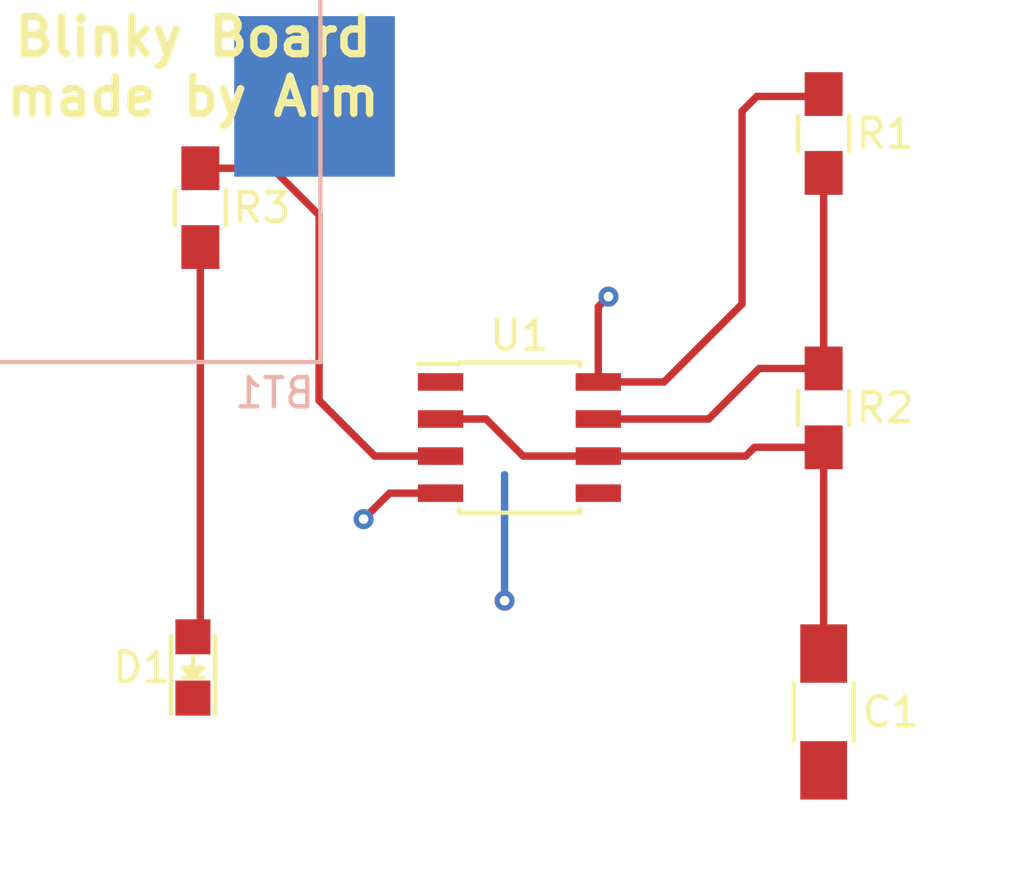
<source format=kicad_pcb>
(kicad_pcb (version 4) (host pcbnew 4.0.1-stable)

  (general
    (links 15)
    (no_connects 7)
    (area 153.594999 82.474999 189.305001 113.105001)
    (thickness 1.6)
    (drawings 5)
    (tracks 33)
    (zones 0)
    (modules 7)
    (nets 7)
  )

  (page A4)
  (layers
    (0 F.Cu signal)
    (31 B.Cu signal hide)
    (32 B.Adhes user hide)
    (33 F.Adhes user hide)
    (34 B.Paste user hide)
    (35 F.Paste user hide)
    (36 B.SilkS user hide)
    (37 F.SilkS user hide)
    (38 B.Mask user hide)
    (39 F.Mask user hide)
    (40 Dwgs.User user hide)
    (41 Cmts.User user hide)
    (42 Eco1.User user hide)
    (43 Eco2.User user hide)
    (44 Edge.Cuts user hide)
    (45 Margin user hide)
    (46 B.CrtYd user hide)
    (47 F.CrtYd user hide)
    (48 B.Fab user hide)
    (49 F.Fab user hide)
  )

  (setup
    (last_trace_width 0.254)
    (trace_clearance 0.254)
    (zone_clearance 0.508)
    (zone_45_only no)
    (trace_min 0.1524)
    (segment_width 0.2)
    (edge_width 0.15)
    (via_size 0.6858)
    (via_drill 0.3302)
    (via_min_size 0.6858)
    (via_min_drill 0.3302)
    (uvia_size 0.3)
    (uvia_drill 0.1)
    (uvias_allowed no)
    (uvia_min_size 0.2)
    (uvia_min_drill 0.1)
    (pcb_text_width 0.3)
    (pcb_text_size 1.5 1.5)
    (mod_edge_width 0.15)
    (mod_text_size 1 1)
    (mod_text_width 0.15)
    (pad_size 1.524 1.524)
    (pad_drill 0.762)
    (pad_to_mask_clearance 0.2)
    (aux_axis_origin 0 0)
    (visible_elements FFFFFF7F)
    (pcbplotparams
      (layerselection 0x010f0_80000001)
      (usegerberextensions false)
      (excludeedgelayer true)
      (linewidth 0.100000)
      (plotframeref false)
      (viasonmask false)
      (mode 1)
      (useauxorigin false)
      (hpglpennumber 1)
      (hpglpenspeed 20)
      (hpglpendiameter 15)
      (hpglpenoverlay 2)
      (psnegative false)
      (psa4output false)
      (plotreference true)
      (plotvalue false)
      (plotinvisibletext false)
      (padsonsilk false)
      (subtractmaskfromsilk true)
      (outputformat 1)
      (mirror false)
      (drillshape 0)
      (scaleselection 1)
      (outputdirectory Gerber/))
  )

  (net 0 "")
  (net 1 "Net-(C1-Pad1)")
  (net 2 GND)
  (net 3 "Net-(D1-Pad2)")
  (net 4 /VDD)
  (net 5 "Net-(R1-Pad2)")
  (net 6 "Net-(R3-Pad1)")

  (net_class Default "This is the default net class."
    (clearance 0.254)
    (trace_width 0.254)
    (via_dia 0.6858)
    (via_drill 0.3302)
    (uvia_dia 0.3)
    (uvia_drill 0.1)
    (add_net /VDD)
    (add_net GND)
    (add_net "Net-(C1-Pad1)")
    (add_net "Net-(D1-Pad2)")
    (add_net "Net-(R1-Pad2)")
    (add_net "Net-(R3-Pad1)")
  )

  (module Capacitors_SMD:C_1206_HandSoldering (layer F.Cu) (tedit 58A02699) (tstamp 58A00AF0)
    (at 182.118 107.188 270)
    (descr "Capacitor SMD 1206, hand soldering")
    (tags "capacitor 1206")
    (path /58A00262)
    (attr smd)
    (fp_text reference C1 (at 0 -2.3 360) (layer F.SilkS)
      (effects (font (size 1 1) (thickness 0.15)))
    )
    (fp_text value 1uF (at 0 2.3 270) (layer F.Fab)
      (effects (font (size 1 1) (thickness 0.15)))
    )
    (fp_line (start -3.3 -1.15) (end 3.3 -1.15) (layer F.CrtYd) (width 0.05))
    (fp_line (start -3.3 1.15) (end 3.3 1.15) (layer F.CrtYd) (width 0.05))
    (fp_line (start -3.3 -1.15) (end -3.3 1.15) (layer F.CrtYd) (width 0.05))
    (fp_line (start 3.3 -1.15) (end 3.3 1.15) (layer F.CrtYd) (width 0.05))
    (fp_line (start 1 -1.025) (end -1 -1.025) (layer F.SilkS) (width 0.15))
    (fp_line (start -1 1.025) (end 1 1.025) (layer F.SilkS) (width 0.15))
    (pad 1 smd rect (at -2 0 270) (size 2 1.6) (layers F.Cu F.Paste F.Mask)
      (net 1 "Net-(C1-Pad1)"))
    (pad 2 smd rect (at 2 0 270) (size 2 1.6) (layers F.Cu F.Paste F.Mask)
      (net 2 GND))
    (model Capacitors_SMD.3dshapes/C_1206_HandSoldering.wrl
      (at (xyz 0 0 0))
      (scale (xyz 1 1 1))
      (rotate (xyz 0 0 0))
    )
  )

  (module LEDs:LED_0805 (layer F.Cu) (tedit 58A0269C) (tstamp 58A00AF6)
    (at 160.528 105.664 90)
    (descr "LED 0805 smd package")
    (tags "LED 0805 SMD")
    (path /58A002E5)
    (attr smd)
    (fp_text reference D1 (at 0 -1.75 180) (layer F.SilkS)
      (effects (font (size 1 1) (thickness 0.15)))
    )
    (fp_text value LED (at 0 1.75 90) (layer F.Fab)
      (effects (font (size 1 1) (thickness 0.15)))
    )
    (fp_line (start -0.4 -0.3) (end -0.4 0.3) (layer F.Fab) (width 0.15))
    (fp_line (start -0.3 0) (end 0 -0.3) (layer F.Fab) (width 0.15))
    (fp_line (start 0 0.3) (end -0.3 0) (layer F.Fab) (width 0.15))
    (fp_line (start 0 -0.3) (end 0 0.3) (layer F.Fab) (width 0.15))
    (fp_line (start 1 -0.6) (end -1 -0.6) (layer F.Fab) (width 0.15))
    (fp_line (start 1 0.6) (end 1 -0.6) (layer F.Fab) (width 0.15))
    (fp_line (start -1 0.6) (end 1 0.6) (layer F.Fab) (width 0.15))
    (fp_line (start -1 -0.6) (end -1 0.6) (layer F.Fab) (width 0.15))
    (fp_line (start -1.6 0.75) (end 1.1 0.75) (layer F.SilkS) (width 0.15))
    (fp_line (start -1.6 -0.75) (end 1.1 -0.75) (layer F.SilkS) (width 0.15))
    (fp_line (start -0.1 0.15) (end -0.1 -0.1) (layer F.SilkS) (width 0.15))
    (fp_line (start -0.1 -0.1) (end -0.25 0.05) (layer F.SilkS) (width 0.15))
    (fp_line (start -0.35 -0.35) (end -0.35 0.35) (layer F.SilkS) (width 0.15))
    (fp_line (start 0 0) (end 0.35 0) (layer F.SilkS) (width 0.15))
    (fp_line (start -0.35 0) (end 0 -0.35) (layer F.SilkS) (width 0.15))
    (fp_line (start 0 -0.35) (end 0 0.35) (layer F.SilkS) (width 0.15))
    (fp_line (start 0 0.35) (end -0.35 0) (layer F.SilkS) (width 0.15))
    (fp_line (start 1.9 -0.95) (end 1.9 0.95) (layer F.CrtYd) (width 0.05))
    (fp_line (start 1.9 0.95) (end -1.9 0.95) (layer F.CrtYd) (width 0.05))
    (fp_line (start -1.9 0.95) (end -1.9 -0.95) (layer F.CrtYd) (width 0.05))
    (fp_line (start -1.9 -0.95) (end 1.9 -0.95) (layer F.CrtYd) (width 0.05))
    (pad 2 smd rect (at 1.04902 0 270) (size 1.19888 1.19888) (layers F.Cu F.Paste F.Mask)
      (net 3 "Net-(D1-Pad2)"))
    (pad 1 smd rect (at -1.04902 0 270) (size 1.19888 1.19888) (layers F.Cu F.Paste F.Mask)
      (net 2 GND))
    (model LEDs.3dshapes/LED_0805.wrl
      (at (xyz 0 0 0))
      (scale (xyz 1 1 1))
      (rotate (xyz 0 0 0))
    )
  )

  (module Resistors_SMD:R_0805_HandSoldering (layer F.Cu) (tedit 58A02695) (tstamp 58A00AFC)
    (at 182.118 87.376 270)
    (descr "Resistor SMD 0805, hand soldering")
    (tags "resistor 0805")
    (path /58A001B3)
    (attr smd)
    (fp_text reference R1 (at 0 -2.1 360) (layer F.SilkS)
      (effects (font (size 1 1) (thickness 0.15)))
    )
    (fp_text value 1K (at 0 2.1 270) (layer F.Fab)
      (effects (font (size 1 1) (thickness 0.15)))
    )
    (fp_line (start -2.4 -1) (end 2.4 -1) (layer F.CrtYd) (width 0.05))
    (fp_line (start -2.4 1) (end 2.4 1) (layer F.CrtYd) (width 0.05))
    (fp_line (start -2.4 -1) (end -2.4 1) (layer F.CrtYd) (width 0.05))
    (fp_line (start 2.4 -1) (end 2.4 1) (layer F.CrtYd) (width 0.05))
    (fp_line (start 0.6 0.875) (end -0.6 0.875) (layer F.SilkS) (width 0.15))
    (fp_line (start -0.6 -0.875) (end 0.6 -0.875) (layer F.SilkS) (width 0.15))
    (pad 1 smd rect (at -1.35 0 270) (size 1.5 1.3) (layers F.Cu F.Paste F.Mask)
      (net 4 /VDD))
    (pad 2 smd rect (at 1.35 0 270) (size 1.5 1.3) (layers F.Cu F.Paste F.Mask)
      (net 5 "Net-(R1-Pad2)"))
    (model Resistors_SMD.3dshapes/R_0805_HandSoldering.wrl
      (at (xyz 0 0 0))
      (scale (xyz 1 1 1))
      (rotate (xyz 0 0 0))
    )
  )

  (module Resistors_SMD:R_0805_HandSoldering (layer F.Cu) (tedit 58A02693) (tstamp 58A00B02)
    (at 182.118 96.774 270)
    (descr "Resistor SMD 0805, hand soldering")
    (tags "resistor 0805")
    (path /58A00239)
    (attr smd)
    (fp_text reference R2 (at 0 -2.1 360) (layer F.SilkS)
      (effects (font (size 1 1) (thickness 0.15)))
    )
    (fp_text value 470L (at 0 2.1 270) (layer F.Fab)
      (effects (font (size 1 1) (thickness 0.15)))
    )
    (fp_line (start -2.4 -1) (end 2.4 -1) (layer F.CrtYd) (width 0.05))
    (fp_line (start -2.4 1) (end 2.4 1) (layer F.CrtYd) (width 0.05))
    (fp_line (start -2.4 -1) (end -2.4 1) (layer F.CrtYd) (width 0.05))
    (fp_line (start 2.4 -1) (end 2.4 1) (layer F.CrtYd) (width 0.05))
    (fp_line (start 0.6 0.875) (end -0.6 0.875) (layer F.SilkS) (width 0.15))
    (fp_line (start -0.6 -0.875) (end 0.6 -0.875) (layer F.SilkS) (width 0.15))
    (pad 1 smd rect (at -1.35 0 270) (size 1.5 1.3) (layers F.Cu F.Paste F.Mask)
      (net 5 "Net-(R1-Pad2)"))
    (pad 2 smd rect (at 1.35 0 270) (size 1.5 1.3) (layers F.Cu F.Paste F.Mask)
      (net 1 "Net-(C1-Pad1)"))
    (model Resistors_SMD.3dshapes/R_0805_HandSoldering.wrl
      (at (xyz 0 0 0))
      (scale (xyz 1 1 1))
      (rotate (xyz 0 0 0))
    )
  )

  (module Resistors_SMD:R_0805_HandSoldering (layer F.Cu) (tedit 58A02688) (tstamp 58A00B08)
    (at 160.782 89.916 270)
    (descr "Resistor SMD 0805, hand soldering")
    (tags "resistor 0805")
    (path /58A0029C)
    (attr smd)
    (fp_text reference R3 (at 0 -2.1 360) (layer F.SilkS)
      (effects (font (size 1 1) (thickness 0.15)))
    )
    (fp_text value 1K (at 0 2.1 270) (layer F.Fab)
      (effects (font (size 1 1) (thickness 0.15)))
    )
    (fp_line (start -2.4 -1) (end 2.4 -1) (layer F.CrtYd) (width 0.05))
    (fp_line (start -2.4 1) (end 2.4 1) (layer F.CrtYd) (width 0.05))
    (fp_line (start -2.4 -1) (end -2.4 1) (layer F.CrtYd) (width 0.05))
    (fp_line (start 2.4 -1) (end 2.4 1) (layer F.CrtYd) (width 0.05))
    (fp_line (start 0.6 0.875) (end -0.6 0.875) (layer F.SilkS) (width 0.15))
    (fp_line (start -0.6 -0.875) (end 0.6 -0.875) (layer F.SilkS) (width 0.15))
    (pad 1 smd rect (at -1.35 0 270) (size 1.5 1.3) (layers F.Cu F.Paste F.Mask)
      (net 6 "Net-(R3-Pad1)"))
    (pad 2 smd rect (at 1.35 0 270) (size 1.5 1.3) (layers F.Cu F.Paste F.Mask)
      (net 3 "Net-(D1-Pad2)"))
    (model Resistors_SMD.3dshapes/R_0805_HandSoldering.wrl
      (at (xyz 0 0 0))
      (scale (xyz 1 1 1))
      (rotate (xyz 0 0 0))
    )
  )

  (module Housings_SOIC:SOIC-8_3.9x4.9mm_Pitch1.27mm (layer F.Cu) (tedit 54130A77) (tstamp 58A00B14)
    (at 171.704 97.79)
    (descr "8-Lead Plastic Small Outline (SN) - Narrow, 3.90 mm Body [SOIC] (see Microchip Packaging Specification 00000049BS.pdf)")
    (tags "SOIC 1.27")
    (path /58A0013E)
    (attr smd)
    (fp_text reference U1 (at 0 -3.5) (layer F.SilkS)
      (effects (font (size 1 1) (thickness 0.15)))
    )
    (fp_text value 7555 (at 0 3.5) (layer F.Fab)
      (effects (font (size 1 1) (thickness 0.15)))
    )
    (fp_circle (center -1.5 -2) (end -1.75 -2) (layer F.Fab) (width 0.15))
    (fp_line (start -1.95 -2.45) (end -1.95 2.45) (layer F.Fab) (width 0.15))
    (fp_line (start 1.95 -2.45) (end -1.95 -2.45) (layer F.Fab) (width 0.15))
    (fp_line (start 1.95 2.45) (end 1.95 -2.45) (layer F.Fab) (width 0.15))
    (fp_line (start -1.95 2.45) (end 1.95 2.45) (layer F.Fab) (width 0.15))
    (fp_line (start -3.75 -2.75) (end -3.75 2.75) (layer F.CrtYd) (width 0.05))
    (fp_line (start 3.75 -2.75) (end 3.75 2.75) (layer F.CrtYd) (width 0.05))
    (fp_line (start -3.75 -2.75) (end 3.75 -2.75) (layer F.CrtYd) (width 0.05))
    (fp_line (start -3.75 2.75) (end 3.75 2.75) (layer F.CrtYd) (width 0.05))
    (fp_line (start -2.075 -2.575) (end -2.075 -2.525) (layer F.SilkS) (width 0.15))
    (fp_line (start 2.075 -2.575) (end 2.075 -2.43) (layer F.SilkS) (width 0.15))
    (fp_line (start 2.075 2.575) (end 2.075 2.43) (layer F.SilkS) (width 0.15))
    (fp_line (start -2.075 2.575) (end -2.075 2.43) (layer F.SilkS) (width 0.15))
    (fp_line (start -2.075 -2.575) (end 2.075 -2.575) (layer F.SilkS) (width 0.15))
    (fp_line (start -2.075 2.575) (end 2.075 2.575) (layer F.SilkS) (width 0.15))
    (fp_line (start -2.075 -2.525) (end -3.475 -2.525) (layer F.SilkS) (width 0.15))
    (pad 1 smd rect (at -2.7 -1.905) (size 1.55 0.6) (layers F.Cu F.Paste F.Mask)
      (net 2 GND))
    (pad 2 smd rect (at -2.7 -0.635) (size 1.55 0.6) (layers F.Cu F.Paste F.Mask)
      (net 1 "Net-(C1-Pad1)"))
    (pad 3 smd rect (at -2.7 0.635) (size 1.55 0.6) (layers F.Cu F.Paste F.Mask)
      (net 6 "Net-(R3-Pad1)"))
    (pad 4 smd rect (at -2.7 1.905) (size 1.55 0.6) (layers F.Cu F.Paste F.Mask)
      (net 4 /VDD))
    (pad 5 smd rect (at 2.7 1.905) (size 1.55 0.6) (layers F.Cu F.Paste F.Mask)
      (net 2 GND))
    (pad 6 smd rect (at 2.7 0.635) (size 1.55 0.6) (layers F.Cu F.Paste F.Mask)
      (net 1 "Net-(C1-Pad1)"))
    (pad 7 smd rect (at 2.7 -0.635) (size 1.55 0.6) (layers F.Cu F.Paste F.Mask)
      (net 5 "Net-(R1-Pad2)"))
    (pad 8 smd rect (at 2.7 -1.905) (size 1.55 0.6) (layers F.Cu F.Paste F.Mask)
      (net 4 /VDD))
    (model Housings_SOIC.3dshapes/SOIC-8_3.9x4.9mm_Pitch1.27mm.wrl
      (at (xyz 0 0 0))
      (scale (xyz 1 1 1))
      (rotate (xyz 0 0 0))
    )
  )

  (module GTB:S8211R (layer B.Cu) (tedit 58A012D3) (tstamp 58A01318)
    (at 151.892 86.106)
    (path /58A00B0B)
    (fp_text reference BT1 (at 11.43 10.16) (layer B.SilkS)
      (effects (font (size 1 1) (thickness 0.15)) (justify mirror))
    )
    (fp_text value Battery (at -10.16 10.16) (layer B.Fab)
      (effects (font (size 1 1) (thickness 0.15)) (justify mirror))
    )
    (fp_line (start -13 -10.9) (end 13 -10.9) (layer B.SilkS) (width 0.15))
    (fp_line (start -13 9.1) (end 13 9.1) (layer B.SilkS) (width 0.15))
    (fp_line (start 13 9.1) (end 13 -10.9) (layer B.SilkS) (width 0.15))
    (fp_line (start -13 -10.9) (end -13 9.1) (layer B.SilkS) (width 0.15))
    (pad 1 smd rect (at 12.8 0) (size 5.5 5.5) (layers B.Cu B.Paste B.Mask)
      (net 4 /VDD))
    (pad 2 smd rect (at 0 0) (size 4 4) (layers B.Cu B.Paste B.Mask)
      (net 2 GND))
    (pad 1 smd rect (at -12.8 0) (size 5.5 5.5) (layers B.Cu B.Paste B.Mask)
      (net 4 /VDD))
  )

  (gr_text "Blinky Board\nmade by Arm" (at 160.528 85.09) (layer F.SilkS)
    (effects (font (size 1.27 1.27) (thickness 0.254)))
  )
  (gr_line (start 189.23 82.55) (end 153.67 82.55) (angle 90) (layer Edge.Cuts) (width 0.15))
  (gr_line (start 189.23 113.03) (end 189.23 82.55) (angle 90) (layer Edge.Cuts) (width 0.15))
  (gr_line (start 153.67 113.03) (end 189.23 113.03) (angle 90) (layer Edge.Cuts) (width 0.15))
  (gr_line (start 153.67 82.55) (end 153.67 113.03) (angle 90) (layer Edge.Cuts) (width 0.15))

  (segment (start 171.196 99.06) (end 171.196 103.378) (width 0.254) (layer B.Cu) (net 0))
  (via (at 171.196 103.378) (size 0.6858) (drill 0.3302) (layers F.Cu B.Cu) (net 0))
  (segment (start 182.118 98.124) (end 179.752 98.124) (width 0.254) (layer F.Cu) (net 1))
  (segment (start 179.451 98.425) (end 174.404 98.425) (width 0.254) (layer F.Cu) (net 1) (tstamp 58A024FD))
  (segment (start 179.752 98.124) (end 179.451 98.425) (width 0.254) (layer F.Cu) (net 1) (tstamp 58A024F5))
  (segment (start 169.004 97.155) (end 170.561 97.155) (width 0.254) (layer F.Cu) (net 1))
  (segment (start 170.561 97.155) (end 171.831 98.425) (width 0.254) (layer F.Cu) (net 1) (tstamp 58A024DB))
  (segment (start 171.831 98.425) (end 174.404 98.425) (width 0.254) (layer F.Cu) (net 1) (tstamp 58A024DE))
  (segment (start 182.118 98.124) (end 182.118 104.934) (width 0.254) (layer F.Cu) (net 1))
  (segment (start 182.118 104.934) (end 182.372 105.188) (width 0.254) (layer F.Cu) (net 1) (tstamp 58A01875))
  (segment (start 160.782 91.266) (end 160.782 104.36098) (width 0.254) (layer F.Cu) (net 3))
  (segment (start 160.782 104.36098) (end 160.528 104.61498) (width 0.254) (layer F.Cu) (net 3) (tstamp 58A017FC))
  (segment (start 169.004 99.695) (end 167.259 99.695) (width 0.254) (layer F.Cu) (net 4))
  (via (at 166.37 100.584) (size 0.6858) (drill 0.3302) (layers F.Cu B.Cu) (net 4))
  (segment (start 167.259 99.695) (end 166.37 100.584) (width 0.254) (layer F.Cu) (net 4) (tstamp 58A02464))
  (segment (start 174.404 95.885) (end 174.404 93.312) (width 0.254) (layer F.Cu) (net 4))
  (via (at 174.752 92.964) (size 0.6858) (drill 0.3302) (layers F.Cu B.Cu) (net 4))
  (segment (start 174.404 93.312) (end 174.752 92.964) (width 0.254) (layer F.Cu) (net 4) (tstamp 58A02444))
  (segment (start 174.404 95.885) (end 176.657 95.885) (width 0.254) (layer F.Cu) (net 4))
  (segment (start 179.832 86.106) (end 182.038 86.106) (width 0.254) (layer F.Cu) (net 4) (tstamp 58A0176D))
  (segment (start 179.324 86.614) (end 179.832 86.106) (width 0.254) (layer F.Cu) (net 4) (tstamp 58A01769))
  (segment (start 179.324 93.218) (end 179.324 86.614) (width 0.254) (layer F.Cu) (net 4) (tstamp 58A01767))
  (segment (start 176.657 95.885) (end 179.324 93.218) (width 0.254) (layer F.Cu) (net 4) (tstamp 58A01764))
  (segment (start 182.038 86.106) (end 182.118 86.026) (width 0.254) (layer F.Cu) (net 4) (tstamp 58A0176F))
  (segment (start 182.118 95.424) (end 179.912 95.424) (width 0.254) (layer F.Cu) (net 5))
  (segment (start 178.181 97.155) (end 174.404 97.155) (width 0.254) (layer F.Cu) (net 5) (tstamp 58A017C0))
  (segment (start 179.912 95.424) (end 178.181 97.155) (width 0.254) (layer F.Cu) (net 5) (tstamp 58A017BC))
  (segment (start 182.118 88.726) (end 182.118 95.424) (width 0.254) (layer F.Cu) (net 5))
  (segment (start 169.004 98.425) (end 166.751 98.425) (width 0.254) (layer F.Cu) (net 6))
  (segment (start 163.242 88.566) (end 160.782 88.566) (width 0.254) (layer F.Cu) (net 6) (tstamp 58A017F8))
  (segment (start 164.846 90.17) (end 163.242 88.566) (width 0.254) (layer F.Cu) (net 6) (tstamp 58A017F6))
  (segment (start 164.846 96.52) (end 164.846 90.17) (width 0.254) (layer F.Cu) (net 6) (tstamp 58A017F4))
  (segment (start 166.751 98.425) (end 164.846 96.52) (width 0.254) (layer F.Cu) (net 6) (tstamp 58A017F2))

  (zone (net 2) (net_name GND) (layer F.Cu) (tstamp 58A01934) (hatch edge 0.508)
    (connect_pads (clearance 0.508))
    (min_thickness 0.254)
    (fill (arc_segments 16) (thermal_gap 0.508) (thermal_bridge_width 0.508))
    (polygon
      (pts
        (xy 188.976 112.776) (xy 153.924 112.776) (xy 153.924 82.804) (xy 188.976 82.804) (xy 188.976 112.776)
      )
    )
  )
  (zone (net 4) (net_name /VDD) (layer B.Cu) (tstamp 58A0217C) (hatch edge 0.508)
    (connect_pads (clearance 0.508))
    (min_thickness 0.254)
    (fill (arc_segments 16) (thermal_gap 0.508) (thermal_bridge_width 0.508))
    (polygon
      (pts
        (xy 188.976 112.776) (xy 153.924 112.776) (xy 153.924 82.804) (xy 188.976 82.804) (xy 188.976 112.776)
      )
    )
  )
)

</source>
